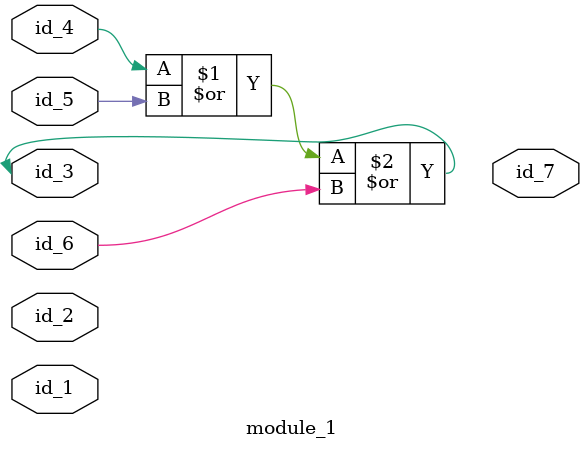
<source format=v>
module module_0 ();
  supply1 id_2;
  assign id_2 = 1'b0 !== ~1;
  genvar id_3;
  assign id_2 = 1;
  wire id_4;
  wire id_5;
  wire id_6;
endmodule
module module_1 (
    id_1,
    id_2,
    id_3,
    id_4,
    id_5,
    id_6,
    id_7
);
  output wire id_7;
  inout wire id_6;
  input wire id_5;
  input wire id_4;
  inout wire id_3;
  input wire id_2;
  input wire id_1;
  assign id_3[1] = id_3;
  or primCall (id_3, id_4, id_5, id_6);
  module_0 modCall_1 ();
endmodule

</source>
